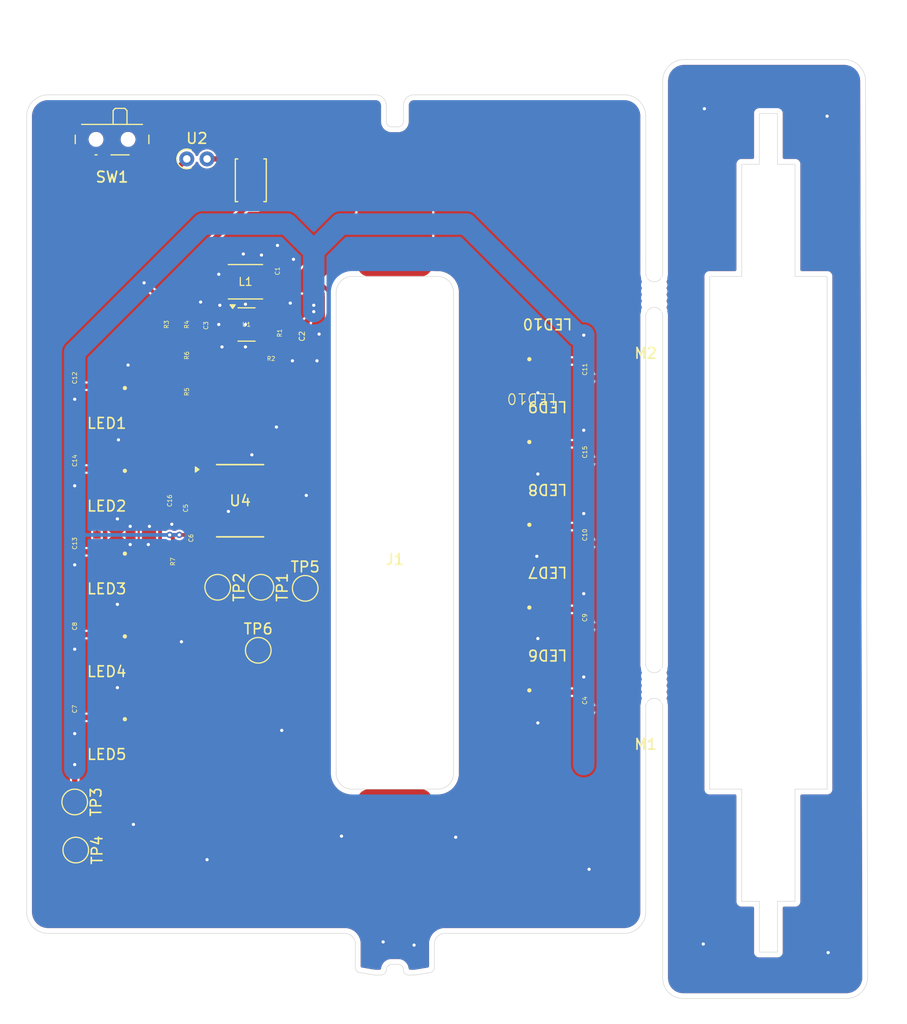
<source format=kicad_pcb>
(kicad_pcb (version 20241229) (generator "pcbnew") (generator_version "9.0")
  (layers (0 "F.Cu" signal) (2 "B.Cu" signal) (13 "F.Paste" user) (15 "B.Paste" user) (5 "F.SilkS" user "F.Silkscreen") (7 "B.SilkS" user "B.Silkscreen") (1 "F.Mask" user) (3 "B.Mask" user) (25 "Edge.Cuts" user))
  (net 0 "")
  (net 1 "GND")
  (net 2 "Net-(J1-Pin_1)")
  (net 3 "+5V")
  (net 4 "Net-(U1-EN)")
  (net 5 "Net-(U4-VCAP)")
  (net 6 "Net-(U1-SW)")
  (net 7 "Net-(LED1-DO)")
  (net 8 "Net-(LED1-DI)")
  (net 9 "Net-(LED2-DO)")
  (net 10 "Net-(LED3-DO)")
  (net 11 "Net-(LED4-DO)")
  (net 13 "Net-(LED6-DO)")
  (net 14 "Net-(LED6-DI)")
  (net 15 "Net-(LED7-DO)")
  (net 16 "Net-(LED8-DO)")
  (net 17 "Net-(LED10-DI)")
  (net 19 "Net-(U1-Vfb)")
  (net 20 "Net-(S1-A)")
  (net 21 "Net-(U4-PA1)")
  (net 22 "Net-(SW1-B)")
  (net 33 "Net-(U4-NRST)")
  (net 34 "Net-(U4-PD1)")
  (footprint "PCM_JLCPCB:C_0603" (layer "F.Cu") (at 120 87.5 -90)
    (property "Reference" "C12" (hide yes))
    (property "Value" "100nF")
  )
  (footprint "Inductor_SMD:L_APV_ANR3015" (layer "F.Cu") (at 136 78.5 180)
    (property "Reference" "L1" (hide yes))
    (property "Value" "4u7")
  )
  (footprint "my_custom_footyprints:WS2812_2020" (layer "F.Cu") (at 164.3 102.45 180)
    (property "Reference" "LED8" (hide yes))
    (property "Value" "~")
  )
  (footprint "PCM_JLCPCB:C_0603" (layer "F.Cu") (at 128.9 99 -90)
    (property "Reference" "C16" (hide yes))
    (property "Value" "100nF")
  )
  (footprint "PCM_JLCPCB:C_0603" (layer "F.Cu") (at 132.3 82.6 90)
    (property "Reference" "C3" (hide yes))
    (property "Value" "100nF")
  )
  (footprint "PCM_JLCPCB:R_0603" (layer "F.Cu") (at 139.2 83.3 -90)
    (property "Reference" "R1" (hide yes))
    (property "Value" "470kΩ")
  )
  (footprint "PCM_JLCPCB:R_0603" (layer "F.Cu") (at 128.6 82.5 90)
    (property "Reference" "R3" (hide yes))
    (property "Value" "100kΩ")
  )
  (footprint "PCM_JLCPCB:C_0603" (layer "F.Cu") (at 167.8 94.45 90)
    (property "Reference" "C15" (hide yes))
    (property "Value" "100nF")
  )
  (footprint "my_custom_footyprints:WS2812_2020" (layer "F.Cu") (at 123 95)
    (property "Reference" "LED2" (hide yes))
    (property "Value" "~")
  )
  (footprint "TestPoint:TestPoint_Pad_D2.0mm" (layer "F.Cu") (at 137.45 107.1 -90)
    (property "Reference" "TP1" (hide yes))
    (property "Value" "TestPoint")
  )
  (footprint "my_custom_footyprints:AAA cutout" (layer "F.Cu") (at 150 102)
    (property "Reference" "J1" (hide yes))
    (property "Value" "Conn_01x02")
    (fp_line (start -5.5 -22.5) (end -5.5 22.5) (stroke (width 0.05)) (layer "Edge.Cuts"))
    (fp_line (start -4 -24) (end 4 -24) (stroke (width 0.05)) (layer "Edge.Cuts"))
    (fp_line (start -4 24) (end 4 24) (stroke (width 0.05)) (layer "Edge.Cuts"))
    (fp_line (start 5.5 -22.5) (end 5.5 22.5) (stroke (width 0.05)) (layer "Edge.Cuts"))
    (fp_arc (start -5.5 -22.5) (mid -5.06066 -23.56066) (end -4 -24) (stroke (width 0.05)) (layer "Edge.Cuts"))
    (fp_arc (start -4 24) (mid -5.06066 23.56066) (end -5.5 22.5) (stroke (width 0.05)) (layer "Edge.Cuts"))
    (fp_arc (start 4 -24) (mid 5.06066 -23.56066) (end 5.5 -22.5) (stroke (width 0.05)) (layer "Edge.Cuts"))
    (fp_arc (start 5.5 22.5) (mid 5.06066 23.56066) (end 4 24) (stroke (width 0.05)) (layer "Edge.Cuts"))
  )
  (footprint "PCM_JLCPCB:R_0603" (layer "F.Cu") (at 130.5 82.5 -90)
    (property "Reference" "R4" (hide yes))
    (property "Value" "1kΩ")
  )
  (footprint "TestPoint:TestPoint_Pad_D2.0mm" (layer "F.Cu") (at 141.6 107.2)
    (property "Reference" "TP5" (hide yes))
    (property "Value" "TestPoint")
  )
  (footprint "PCM_JLCPCB:SW_TS-1088-AR02016" (layer "F.Cu") (at 136.5 69 90)
    (property "Reference" "S1" (hide yes))
    (property "Value" "Tactile Button, 160gf")
  )
  (footprint "PCM_JLCPCB:C_0603" (layer "F.Cu") (at 130.4 99.7 90)
    (property "Reference" "C5" (hide yes))
    (property "Value" "1uF")
  )
  (footprint "PCM_JLCPCB:C_0603" (layer "F.Cu") (at 130.9 102.5 90)
    (property "Reference" "C6" (hide yes))
    (property "Value" "100nF")
  )
  (footprint "PCM_JLCPCB:C_0603" (layer "F.Cu") (at 120 103 -90)
    (property "Reference" "C13" (hide yes))
    (property "Value" "100nF")
  )
  (footprint "my_custom_footyprints:WS2812_2020" (layer "F.Cu") (at 164.3 86.95 180)
    (property "Reference" "LED10")
    (property "Value" "~")
  )
  (footprint "TestPoint:TestPoint_Pad_D2.0mm" (layer "F.Cu") (at 137.2 113)
    (property "Reference" "TP6" (hide yes))
    (property "Value" "TestPoint")
  )
  (footprint "PCM_JLCPCB:C_0603" (layer "F.Cu") (at 167.8 102.2 90)
    (property "Reference" "C10" (hide yes))
    (property "Value" "100nF")
  )
  (footprint "my_custom_footyprints:WS2812_2020" (layer "F.Cu") (at 164.3 117.95 180)
    (property "Reference" "LED6" (hide yes))
    (property "Value" "~")
  )
  (footprint "my_custom_footyprints:WS2812_2020" (layer "F.Cu") (at 123 102.75)
    (property "Reference" "LED3" (hide yes))
    (property "Value" "~")
  )
  (footprint "PCM_JLCPCB:C_0603" (layer "F.Cu") (at 167.8 109.95 90)
    (property "Reference" "C9" (hide yes))
    (property "Value" "100nF")
  )
  (footprint "PCM_JLCPCB:R_0603" (layer "F.Cu") (at 130.5 88.8 -90)
    (property "Reference" "R5" (hide yes))
    (property "Value" "1kΩ")
  )
  (footprint "PCM_JLCPCB:C_0603" (layer "F.Cu") (at 120 110.75 -90)
    (property "Reference" "C8" (hide yes))
    (property "Value" "100nF")
  )
  (footprint "PCM_JLCPCB:MouseBites, Cosmetic, JLCPCB, 1.6mm" (layer "F.Cu") (at 173.5 82.7)
    (property "Reference" "M2" (hide yes))
    (property "Value" "~" (hide yes))
    (fp_line (start 0 -6) (end 0 -5) (stroke (width 0.05)) (layer "Edge.Cuts"))
    (fp_line (start 0 0) (end 0 -1) (stroke (width 0.05)) (layer "Edge.Cuts"))
    (fp_line (start 1.6 -6) (end 1.6 -5) (stroke (width 0.05)) (layer "Edge.Cuts"))
    (fp_line (start 1.6 0) (end 1.6 -1) (stroke (width 0.05)) (layer "Edge.Cuts"))
    (fp_arc (start 0 -1) (mid 0.8 -1.8) (end 1.6 -1) (stroke (width 0.05)) (layer "Edge.Cuts"))
    (fp_arc (start 1.6 -5) (mid 0.8 -4.2) (end 0 -5) (stroke (width 0.05)) (layer "Edge.Cuts"))
  )
  (footprint "PCM_JLCPCB:C_0603" (layer "F.Cu") (at 120 118.5 -90)
    (property "Reference" "C7" (hide yes))
    (property "Value" "100nF")
  )
  (footprint "TestPoint:TestPoint_Pad_D2.0mm" (layer "F.Cu") (at 120.1 131.7 -90)
    (property "Reference" "TP4" (hide yes))
    (property "Value" "TestPoint")
  )
  (footprint "Package_TO_SOT_SMD:SOT-23-6" (layer "F.Cu") (at 136.1 82.5)
    (property "Reference" "U1" (hide yes))
    (property "Value" "MCP1640B")
  )
  (footprint "my_custom_footyprints:WS2812_2020" (layer "F.Cu") (at 164.3 110.2 180)
    (property "Reference" "LED7" (hide yes))
    (property "Value" "~")
  )
  (footprint "PCM_JLCPCB:C_0603" (layer "F.Cu") (at 139 77.5 90)
    (property "Reference" "C1" (hide yes))
    (property "Value" "4.7uF")
  )
  (footprint "my_custom_footyprints:WS2812_2020" (layer "F.Cu") (at 123 118.25)
    (property "Reference" "LED5" (hide yes))
    (property "Value" "~")
  )
  (footprint "PCM_JLCPCB:C_0805" (layer "F.Cu") (at 141.3 83.6 -90)
    (property "Reference" "C2" (hide yes))
    (property "Value" "10uF")
  )
  (footprint "PCM_JLCPCB:MouseBites, Cosmetic, JLCPCB, 1.6mm" (layer "F.Cu") (at 173.5 119.3)
    (property "Reference" "M1" (hide yes))
    (property "Value" "~" (hide yes))
    (fp_line (start 0 -6) (end 0 -5) (stroke (width 0.05)) (layer "Edge.Cuts"))
    (fp_line (start 0 0) (end 0 -1) (stroke (width 0.05)) (layer "Edge.Cuts"))
    (fp_line (start 1.6 -6) (end 1.6 -5) (stroke (width 0.05)) (layer "Edge.Cuts"))
    (fp_line (start 1.6 0) (end 1.6 -1) (stroke (width 0.05)) (layer "Edge.Cuts"))
    (fp_arc (start 0 -1) (mid 0.8 -1.8) (end 1.6 -1) (stroke (width 0.05)) (layer "Edge.Cuts"))
    (fp_arc (start 1.6 -5) (mid 0.8 -4.2) (end 0 -5) (stroke (width 0.05)) (layer "Edge.Cuts"))
  )
  (footprint "Button_Switch_SMD:SW_SPDT_PCM12" (layer "F.Cu") (at 123.5 65.5 180)
    (property "Reference" "SW1")
    (property "Value" "SW_SPDT")
  )
  (footprint "PCM_JLCPCB:TSSOP-20_4.4x6.5mm_P0.65mm" (layer "F.Cu") (at 135.5 99)
    (property "Reference" "U4" (hide yes))
    (property "Value" "STM8S003F3P6TR")
  )
  (footprint "TestPoint:TestPoint_Pad_D2.0mm" (layer "F.Cu") (at 120 127.2 -90)
    (property "Reference" "TP3" (hide yes))
    (property "Value" "TestPoint")
  )
  (footprint "my_custom_footyprints:WS2812_2020" (layer "F.Cu") (at 123 110.5)
    (property "Reference" "LED4" (hide yes))
    (property "Value" "~")
  )
  (footprint "PCM_JLCPCB:R_0603" (layer "F.Cu") (at 129.2 104.7 90)
    (property "Reference" "R7" (hide yes))
    (property "Value" "100kΩ")
  )
  (footprint "Resistor_THT:R_Axial_DIN0204_L3.6mm_D1.6mm_P1.90mm_Vertical" (layer "F.Cu") (at 130.5 67)
    (property "Reference" "U2" (hide yes))
    (property "Value" "~")
  )
  (footprint "my_custom_footyprints:WS2812_2020" (layer "F.Cu") (at 164.3 94.7 180)
    (property "Reference" "LED9" (hide yes))
    (property "Value" "~")
  )
  (footprint "PCM_JLCPCB:C_0603" (layer "F.Cu") (at 120 95.25 -90)
    (property "Reference" "C14" (hide yes))
    (property "Value" "100nF")
  )
  (footprint "PCM_JLCPCB:C_0603" (layer "F.Cu") (at 167.8 86.7 90)
    (property "Reference" "C11" (hide yes))
    (property "Value" "100nF")
  )
  (footprint "TestPoint:TestPoint_Pad_D2.0mm" (layer "F.Cu") (at 133.4 107.1 -90)
    (property "Reference" "TP2" (hide yes))
    (property "Value" "TestPoint")
  )
  (footprint "PCM_JLCPCB:R_0603" (layer "F.Cu") (at 130.5 85.4 90)
    (property "Reference" "R6" (hide yes))
    (property "Value" "100kΩ")
  )
  (footprint "my_custom_footyprints:WS2812_2020" (layer "F.Cu") (at 123 87.25)
    (property "Reference" "LED1" (hide yes))
    (property "Value" "~" (hide yes))
  )
  (footprint "PCM_JLCPCB:R_0603" (layer "F.Cu") (at 138.4 85.7 180)
    (property "Reference" "R2" (hide yes))
    (property "Value" "150kΩ")
  )
  (footprint "PCM_JLCPCB:C_0603" (layer "F.Cu") (at 167.8 117.7 90)
    (property "Reference" "C4" (hide yes))
    (property "Value" "100nF")
  )
  (gr_arc (start 117.5 139.5) (mid 116.085786 138.914214) (end 115.5 137.5) (stroke (width 0.05)) (layer "Edge.Cuts"))
  (gr_arc (start 177 145.6) (mid 175.656497 145.043503) (end 175.1 143.7) (stroke (width 0.05)) (layer "Edge.Cuts"))
  (gr_line (start 175.1 119.3) (end 175.1 143.7) (stroke (width 0.05)) (layer "Edge.Cuts"))
  (gr_line (start 149.7 64) (end 150.3 64) (stroke (width 0.05)) (layer "Edge.Cuts"))
  (gr_arc (start 149.2 142.9) (mid 149.053553 143.253553) (end 148.7 143.4) (stroke (width 0.05)) (layer "Edge.Cuts"))
  (gr_line (start 182.5 126) (end 182.5 136.5) (stroke (width 0.05)) (layer "Edge.Cuts"))
  (gr_line (start 154.7 139.5) (end 171.5 139.5) (stroke (width 0.05)) (layer "Edge.Cuts"))
  (gr_arc (start 153.7 140.5) (mid 153.992893 139.792893) (end 154.7 139.5) (stroke (width 0.05)) (layer "Edge.Cuts"))
  (gr_line (start 177 145.6) (end 192.3 145.6) (stroke (width 0.05)) (layer "Edge.Cuts"))
  (gr_line (start 185.85 141.25) (end 185.85 136.5) (stroke (width 0.05)) (layer "Edge.Cuts"))
  (gr_line (start 185.85 67.5) (end 185.85 62.75) (stroke (width 0.05)) (layer "Edge.Cuts"))
  (gr_line (start 173.5 76.7) (end 173.5 63) (stroke (width 0.05)) (layer "Edge.Cuts"))
  (gr_line (start 171.5 61) (end 151.8 61) (stroke (width 0.05)) (layer "Edge.Cuts"))
  (gr_arc (start 150.3 142.4) (mid 150.653553 142.546447) (end 150.8 142.9) (stroke (width 0.05)) (layer "Edge.Cuts"))
  (gr_arc (start 115.5 63) (mid 116.085786 61.585786) (end 117.5 61) (stroke (width 0.05)) (layer "Edge.Cuts"))
  (gr_arc (start 150.8 63.5) (mid 150.653553 63.853553) (end 150.3 64) (stroke (width 0.05)) (layer "Edge.Cuts"))
  (gr_arc (start 153.7 142.7) (mid 153.625325 142.962866) (end 153.423607 143.147214) (stroke (width 0.05)) (layer "Edge.Cuts"))
  (gr_line (start 184.15 136.5) (end 184.15 141.25) (stroke (width 0.05)) (layer "Edge.Cuts"))
  (gr_arc (start 173.5 137.5) (mid 172.914214 138.914214) (end 171.5 139.5) (stroke (width 0.05)) (layer "Edge.Cuts"))
  (gr_line (start 187.5 78) (end 187.5 67.5) (stroke (width 0.05)) (layer "Edge.Cuts"))
  (gr_line (start 177.1 57.7) (end 192.1 57.7) (stroke (width 0.05)) (layer "Edge.Cuts"))
  (gr_line (start 182.5 67.5) (end 182.5 78) (stroke (width 0.05)) (layer "Edge.Cuts"))
  (gr_arc (start 194.3 143.6) (mid 193.714214 145.014214) (end 192.3 145.6) (stroke (width 0.05)) (layer "Edge.Cuts"))
  (gr_line (start 185.85 136.5) (end 187.5 136.5) (stroke (width 0.05)) (layer "Edge.Cuts"))
  (gr_line (start 146.3 142.7) (end 146.3 140.5) (stroke (width 0.05)) (layer "Edge.Cuts"))
  (gr_line (start 115.5 63) (end 115.5 137.5) (stroke (width 0.05)) (layer "Edge.Cuts"))
  (gr_line (start 145.3 139.5) (end 117.5 139.5) (stroke (width 0.05)) (layer "Edge.Cuts"))
  (gr_line (start 150.8 63.5) (end 150.8 62) (stroke (width 0.05)) (layer "Edge.Cuts"))
  (gr_line (start 151.3 143.4) (end 151.9 143.4) (stroke (width 0.05)) (layer "Edge.Cuts"))
  (gr_line (start 175.1 113.3) (end 175.1 82.7) (stroke (width 0.05)) (layer "Edge.Cuts"))
  (gr_line (start 187.5 67.5) (end 185.85 67.5) (stroke (width 0.05)) (layer "Edge.Cuts"))
  (gr_arc (start 146.576393 143.147214) (mid 146.374675 142.962866) (end 146.3 142.7) (stroke (width 0.05)) (layer "Edge.Cuts"))
  (gr_arc (start 145.3 139.5) (mid 146.007107 139.792893) (end 146.3 140.5) (stroke (width 0.05)) (layer "Edge.Cuts"))
  (gr_arc (start 149.2 142.9) (mid 149.346447 142.546447) (end 149.7 142.4) (stroke (width 0.05)) (layer "Edge.Cuts"))
  (gr_line (start 184.15 67.5) (end 182.5 67.5) (stroke (width 0.05)) (layer "Edge.Cuts"))
  (gr_arc (start 149.7 64) (mid 149.346447 63.853553) (end 149.2 63.5) (stroke (width 0.05)) (layer "Edge.Cuts"))
  (gr_line (start 153.7 142.7) (end 153.7 140.5) (stroke (width 0.05)) (layer "Edge.Cuts"))
  (gr_arc (start 175.1 59.7) (mid 175.685786 58.285786) (end 177.1 57.7) (stroke (width 0.05)) (layer "Edge.Cuts"))
  (gr_line (start 179.5 126) (end 182.5 126) (stroke (width 0.05)) (layer "Edge.Cuts"))
  (gr_arc (start 171.5 61) (mid 172.914214 61.585786) (end 173.5 63) (stroke (width 0.05)) (layer "Edge.Cuts"))
  (gr_arc (start 148.2 61) (mid 148.907107 61.292893) (end 149.2 62) (stroke (width 0.05)) (layer "Edge.Cuts"))
  (gr_line (start 184.15 141.25) (end 185.85 141.25) (stroke (width 0.05)) (layer "Edge.Cuts"))
  (gr_line (start 175.1 76.7) (end 175.1 59.7) (stroke (width 0.05)) (layer "Edge.Cuts"))
  (gr_line (start 149.2 63.5) (end 149.2 62) (stroke (width 0.05)) (layer "Edge.Cuts"))
  (gr_arc (start 192.1 57.7) (mid 193.514214 58.285786) (end 194.1 59.7) (stroke (width 0.05)) (layer "Edge.Cuts"))
  (gr_line (start 179.5 78) (end 179.5 126) (stroke (width 0.05)) (layer "Edge.Cuts"))
  (gr_line (start 149.7 142.4) (end 150.3 142.4) (stroke (width 0.05)) (layer "Edge.Cuts"))
  (gr_line (start 173.5 119.3) (end 173.5 137.5) (stroke (width 0.05)) (layer "Edge.Cuts"))
  (gr_line (start 151.9 143.4) (end 153.423605 143.147214) (stroke (width 0.05)) (layer "Edge.Cuts"))
  (gr_line (start 187.5 126) (end 190.5 126) (stroke (width 0.05)) (layer "Edge.Cuts"))
  (gr_line (start 148.1 143.4) (end 146.576395 143.147214) (stroke (width 0.05)) (layer "Edge.Cuts"))
  (gr_line (start 173.5 82.7) (end 173.5 113.3) (stroke (width 0.05)) (layer "Edge.Cuts"))
  (gr_line (start 190.5 78) (end 187.5 78) (stroke (width 0.05)) (layer "Edge.Cuts"))
  (gr_line (start 182.5 136.5) (end 184.15 136.5) (stroke (width 0.05)) (layer "Edge.Cuts"))
  (gr_arc (start 150.8 62) (mid 151.092893 61.292893) (end 151.8 61) (stroke (width 0.05)) (layer "Edge.Cuts"))
  (gr_arc (start 151.3 143.4) (mid 150.946447 143.253553) (end 150.8 142.9) (stroke (width 0.05)) (layer "Edge.Cuts"))
  (gr_line (start 194.1 59.7) (end 194.3 143.6) (stroke (width 0.05)) (layer "Edge.Cuts"))
  (gr_line (start 185.85 62.75) (end 184.15 62.75) (stroke (width 0.05)) (layer "Edge.Cuts"))
  (gr_line (start 187.5 136.5) (end 187.5 126) (stroke (width 0.05)) (layer "Edge.Cuts"))
  (gr_line (start 184.15 62.75) (end 184.15 67.5) (stroke (width 0.05)) (layer "Edge.Cuts"))
  (gr_line (start 182.5 78) (end 179.5 78) (stroke (width 0.05)) (layer "Edge.Cuts"))
  (gr_line (start 117.5 61) (end 148.2 61) (stroke (width 0.05)) (layer "Edge.Cuts"))
  (gr_line (start 148.7 143.4) (end 148.1 143.4) (stroke (width 0.05)) (layer "Edge.Cuts"))
  (gr_line (start 190.5 126) (end 190.5 78) (stroke (width 0.05)) (layer "Edge.Cuts"))
  (segment (start 130.4 98.92) (end 131.45 99.97) (width 0.35) (layer "F.Cu") (net 1))
  (segment (start 131.45 99.97) (end 132.64 99.97) (width 0.35) (layer "F.Cu") (net 1))
  (via (at 190.6 141.3) (size 0.6) (drill 0.3) (layers "F.Cu" "B.Cu") (net 1))
  (via (at 137.5 76) (size 0.6) (drill 0.3) (layers "F.Cu" "B.Cu") (net 1))
  (via (at 129.1 101.2) (size 0.6) (drill 0.3) (layers "F.Cu" "B.Cu") (net 1))
  (via (at 125.5 129.3) (size 0.6) (drill 0.3) (layers "F.Cu" "B.Cu") (net 1))
  (via (at 132.4 132.6) (size 0.6) (drill 0.3) (layers "F.Cu" "B.Cu") (net 1))
  (via (at 179 62.3) (size 0.6) (drill 0.3) (layers "F.Cu" "B.Cu") (net 1))
  (via (at 133.8 84.6) (size 0.6) (drill 0.3) (layers "F.Cu" "B.Cu") (net 1))
  (via (at 125.2 103.1) (size 0.6) (drill 0.3) (layers "F.Cu" "B.Cu") (net 1))
  (via (at 139.4 120.5) (size 0.6) (drill 0.3) (layers "F.Cu" "B.Cu") (net 1))
  (via (at 148.9 140.3) (size 0.6) (drill 0.3) (layers "F.Cu" "B.Cu") (net 1))
  (via (at 163.4 88.9) (size 0.6) (drill 0.3) (layers "F.Cu" "B.Cu") (net 1))
  (via (at 140.4 85.9) (size 0.6) (drill 0.3) (layers "F.Cu" "B.Cu") (net 1))
  (via (at 124 100.7) (size 0.6) (drill 0.3) (layers "F.Cu" "B.Cu") (net 1))
  (via (at 140.2 80.5) (size 0.6) (drill 0.3) (layers "F.Cu" "B.Cu") (net 1))
  (via (at 125 86.3) (size 0.6) (drill 0.3) (layers "F.Cu" "B.Cu") (net 1))
  (via (at 138.9 92.1) (size 0.6) (drill 0.3) (layers "F.Cu" "B.Cu") (net 1))
  (via (at 133.5 82.5) (size 0.6) (drill 0.3) (layers "F.Cu" "B.Cu") (net 1))
  (via (at 124 116.5) (size 0.6) (drill 0.3) (layers "F.Cu" "B.Cu") (net 1))
  (via (at 163.4 111.9) (size 0.6) (drill 0.3) (layers "F.Cu" "B.Cu") (net 1))
  (via (at 136 84.6) (size 0.6) (drill 0.3) (layers "F.Cu" "B.Cu") (net 1))
  (via (at 124 108.7) (size 0.6) (drill 0.3) (layers "F.Cu" "B.Cu") (net 1))
  (via (at 136 80.6) (size 0.6) (drill 0.3) (layers "F.Cu" "B.Cu") (net 1))
  (via (at 155.7 130.5) (size 0.6) (drill 0.3) (layers "F.Cu" "B.Cu") (net 1))
  (via (at 131.8 80.4) (size 0.6) (drill 0.3) (layers "F.Cu" "B.Cu") (net 1))
  (via (at 145 130.4) (size 0.6) (drill 0.3) (layers "F.Cu" "B.Cu") (net 1))
  (via (at 163.3 104.2) (size 0.6) (drill 0.3) (layers "F.Cu" "B.Cu") (net 1))
  (via (at 163.4 119.8) (size 0.6) (drill 0.3) (layers "F.Cu" "B.Cu") (net 1))
  (via (at 178.9 140.5) (size 0.6) (drill 0.3) (layers "F.Cu" "B.Cu") (net 1))
  (via (at 163.4 96.5) (size 0.6) (drill 0.3) (layers "F.Cu" "B.Cu") (net 1))
  (via (at 126.9 103.1) (size 0.6) (drill 0.3) (layers "F.Cu" "B.Cu") (net 1))
  (via (at 139 75.1) (size 0.6) (drill 0.3) (layers "F.Cu" "B.Cu") (net 1))
  (via (at 127 101.4) (size 0.6) (drill 0.3) (layers "F.Cu" "B.Cu") (net 1))
  (via (at 141.7 98.5) (size 0.6) (drill 0.3) (layers "F.Cu" "B.Cu") (net 1))
  (via (at 124.1 93.3) (size 0.6) (drill 0.3) (layers "F.Cu" "B.Cu") (net 1))
  (via (at 136 82.5) (size 0.6) (drill 0.3) (layers "F.Cu" "B.Cu") (net 1))
  (via (at 142.9 83.4) (size 0.6) (drill 0.3) (layers "F.Cu" "B.Cu") (net 1))
  (via (at 190.5 63) (size 0.6) (drill 0.3) (layers "F.Cu" "B.Cu") (net 1))
  (via (at 142.7 85.9) (size 0.6) (drill 0.3) (layers "F.Cu" "B.Cu") (net 1))
  (via (at 135.8 75.9) (size 0.6) (drill 0.3) (layers "F.Cu" "B.Cu") (net 1))
  (via (at 140.5 76.4) (size 0.6) (drill 0.3) (layers "F.Cu" "B.Cu") (net 1))
  (via (at 134.4 100) (size 0.6) (drill 0.3) (layers "F.Cu" "B.Cu") (net 1))
  (via (at 168.2 133.5) (size 0.6) (drill 0.3) (layers "F.Cu" "B.Cu") (net 1))
  (via (at 130 112.2) (size 0.6) (drill 0.3) (layers "F.Cu" "B.Cu") (net 1))
  (via (at 133.5 77.8) (size 0.6) (drill 0.3) (layers "F.Cu" "B.Cu") (net 1))
  (via (at 125.2 101.4) (size 0.6) (drill 0.3) (layers "F.Cu" "B.Cu") (net 1))
  (via (at 133.6 80.7) (size 0.6) (drill 0.3) (layers "F.Cu" "B.Cu") (net 1))
  (via (at 151.8 140.6) (size 0.6) (drill 0.3) (layers "F.Cu" "B.Cu") (net 1))
  (via (at 136.6 94.7) (size 0.6) (drill 0.3) (layers "F.Cu" "B.Cu") (net 1))
  (segment (start 137.15 81.4625) (end 137.2375 81.55) (width 0.8) (layer "F.Cu") (net 2))
  (segment (start 136.5 66.925) (end 143.925 66.925) (width 0.5) (layer "F.Cu") (net 2))
  (segment (start 132.4 67) (end 136.425 67) (width 0.5) (layer "F.Cu") (net 2))
  (segment (start 142.2 77.8) (end 141.5 78.5) (width 2) (layer "F.Cu") (net 2))
  (segment (start 150 73) (end 147 73) (width 2) (layer "F.Cu") (net 2))
  (segment (start 143.925 66.925) (end 150 73) (width 0.5) (layer "F.Cu") (net 2))
  (segment (start 143.808497 79.755252) (end 143.824 79.772017) (width 0.35) (layer "F.Cu") (net 2))
  (segment (start 142.2 77.8) (end 143.821547 79.421547) (width 0.35) (layer "F.Cu") (net 2))
  (segment (start 143.824 104.976) (end 141.6 107.2) (width 0.35) (layer "F.Cu") (net 2))
  (segment (start 143.821547 79.421547) (end 143.808497 79.755252) (width 0.35) (layer "F.Cu") (net 2))
  (segment (start 137.15 78.5) (end 137.15 81.4625) (width 0.8) (layer "F.Cu") (net 2))
  (segment (start 141.5 78.5) (end 137.7 78.5) (width 2) (layer "F.Cu") (net 2))
  (segment (start 147 73) (end 142.2 77.8) (width 2) (layer "F.Cu") (net 2))
  (segment (start 136.425 67) (end 136.5 66.925) (width 0.5) (layer "F.Cu") (net 2))
  (segment (start 143.824 79.772017) (end 143.824 104.976) (width 0.35) (layer "F.Cu") (net 2))
  (segment (start 128.6 80.7) (end 126.5 78.6) (width 0.35) (layer "F.Cu") (net 3))
  (segment (start 121.605 119.28) (end 122.085 118.8) (width 0.5) (layer "F.Cu") (net 3))
  (segment (start 165.695 116.92) (end 165.215 117.4) (width 0.5) (layer "F.Cu") (net 3))
  (segment (start 129.8 102.2) (end 128.9 102.2) (width 0.35) (layer "F.Cu") (net 3))
  (segment (start 141.3 82.65) (end 141.3 82.4) (width 0.5) (layer "F.Cu") (net 3))
  (segment (start 165.695 101.42) (end 165.215 101.9) (width 0.5) (layer "F.Cu") (net 3))
  (segment (start 167.8 109.17) (end 167.8 107.8) (width 0.5) (layer "F.Cu") (net 3))
  (segment (start 120 111.53) (end 121.605 111.53) (width 0.5) (layer "F.Cu") (net 3))
  (segment (start 120 96.03) (end 120 97.6) (width 0.5) (layer "F.Cu") (net 3))
  (segment (start 120 88.28) (end 121.605 88.28) (width 0.5) (layer "F.Cu") (net 3))
  (segment (start 120 119.28) (end 120 120.8) (width 0.5) (layer "F.Cu") (net 3))
  (segment (start 167.8 115.6) (end 167.7 115.5) (width 0.5) (layer "F.Cu") (net 3))
  (segment (start 142.4 81.55) (end 142.4 81.3) (width 0.5) (layer "F.Cu") (net 3))
  (segment (start 165.695 93.67) (end 165.215 94.15) (width 0.5) (layer "F.Cu") (net 3))
  (segment (start 121.605 96.03) (end 122.085 95.55) (width 0.5) (layer "F.Cu") (net 3))
  (segment (start 120 103.78) (end 120 105) (width 0.5) (layer "F.Cu") (net 3))
  (segment (start 167.8 101.42) (end 167.8 100.3) (width 0.5) (layer "F.Cu") (net 3))
  (segment (start 167.8 93.67) (end 167.8 92.5) (width 0.5) (layer "F.Cu") (net 3))
  (segment (start 167.8 107.8) (end 167.7 107.7) (width 0.5) (layer "F.Cu") (net 3))
  (segment (start 120 119.28) (end 121.605 119.28) (width 0.5) (layer "F.Cu") (net 3))
  (segment (start 167.8 116.92) (end 167.8 115.6) (width 0.5) (layer "F.Cu") (net 3))
  (segment (start 121.605 111.53) (end 122.085 111.05) (width 0.5) (layer "F.Cu") (net 3))
  (segment (start 167.8 101.42) (end 165.695 101.42) (width 0.5) (layer "F.Cu") (net 3))
  (segment (start 121.605 103.78) (end 122.085 103.3) (width 0.5) (layer "F.Cu") (net 3))
  (segment (start 129.2 103.88) (end 129.2 102.5) (width 0.35) (layer "F.Cu") (net 3))
  (segment (start 120 88.28) (end 120 89.5) (width 0.5) (layer "F.Cu") (net 3))
  (segment (start 128.6 81.68) (end 128.6 80.7) (width 0.35) (layer "F.Cu") (net 3))
  (segment (start 121.605 88.28) (end 122.085 87.8) (width 0.5) (layer "F.Cu") (net 3))
  (segment (start 120 123.7) (end 120 127.2) (width 0.5) (layer "F.Cu") (net 3))
  (segment (start 167.8 85.92) (end 167.8 83.6) (width 0.5) (layer "F.Cu") (net 3))
  (segment (start 137.2375 82.5) (end 141.15 82.5) (width 0.5) (layer "F.Cu") (net 3))
  (segment (start 167.8 100.3) (end 167.7 100.2) (width 0.5) (layer "F.Cu") (net 3))
  (segment (start 165.695 85.92) (end 165.215 86.4) (width 0.5) (layer "F.Cu") (net 3))
  (segment (start 129.8 102.2) (end 130.4 102.2) (width 0.35) (layer "F.Cu") (net 3))
  (segment (start 167.8 116.92) (end 165.695 116.92) (width 0.5) (layer "F.Cu") (net 3))
  (segment (start 142.4 81.3) (end 142.4 80.7) (width 0.5) (layer "F.Cu") (net 3))
  (segment (start 167.8 85.92) (end 165.695 85.92) (width 0.5) (layer "F.Cu") (net 3))
  (segment (start 141.3 82.65) (end 142.4 81.55) (width 0.5) (layer "F.Cu") (net 3))
  (segment (start 120 103.78) (end 121.605 103.78) (width 0.5) (layer "F.Cu") (net 3))
  (segment (start 129.2 102.5) (end 128.9 102.2) (width 0.35) (layer "F.Cu") (net 3))
  (segment (start 130.4 102.2) (end 131.33 101.27) (width 0.35) (layer "F.Cu") (net 3))
  (segment (start 167.8 83.6) (end 167.7 83.5) (width 0.5) (layer "F.Cu") (net 3))
  (segment (start 167.8 109.17) (end 165.695 109.17) (width 0.5) (layer "F.Cu") (net 3))
  (segment (start 120 111.53) (end 120 112.9) (width 0.5) (layer "F.Cu") (net 3))
  (segment (start 167.8 92.5) (end 167.7 92.4) (width 0.5) (layer "F.Cu") (net 3))
  (segment (start 120 96.03) (end 121.605 96.03) (width 0.5) (layer "F.Cu") (net 3))
  (segment (start 141.15 82.5) (end 141.3 82.65) (width 0.5) (layer "F.Cu") (net 3))
  (segment (start 167.8 93.67) (end 165.695 93.67) (width 0.5) (layer "F.Cu") (net 3))
  (segment (start 165.695 109.17) (end 165.215 109.65) (width 0.5) (layer "F.Cu") (net 3))
  (segment (start 131.33 101.27) (end 132.64 101.27) (width 0.35) (layer "F.Cu") (net 3))
  (via (at 167.7 100.2) (size 0.6) (drill 0.3) (layers "F.Cu" "B.Cu") (net 3))
  (via (at 120 112.9) (size 0.6) (drill 0.3) (layers "F.Cu" "B.Cu") (net 3))
  (via (at 128.9 102.2) (size 0.6) (drill 0.3) (layers "F.Cu" "B.Cu") (net 3))
  (via (at 167.7 83.5) (size 0.6) (drill 0.3) (layers "F.Cu" "B.Cu") (net 3))
  (via (at 120 97.6) (size 0.6) (drill 0.3) (layers "F.Cu" "B.Cu") (net 3))
  (via (at 167.7 115.5) (size 0.6) (drill 0.3) (layers "F.Cu" "B.Cu") (net 3))
  (via (at 120 120.8) (size 0.6) (drill 0.3) (layers "F.Cu" "B.Cu") (net 3))
  (via (at 129.8 102.2) (size 0.6) (drill 0.3) (layers "F.Cu" "B.Cu") (net 3))
  (via (at 142.4 81.3) (size 0.6) (drill 0.3) (layers "F.Cu" "B.Cu") (net 3))
  (via (at 126.5 78.6) (size 0.6) (drill 0.3) (layers "F.Cu" "B.Cu") (net 3))
  (via (at 142.4 80.7) (size 0.6) (drill 0.3) (layers "F.Cu" "B.Cu") (net 3))
  (via (at 120 105) (size 0.6) (drill 0.3) (layers "F.Cu" "B.Cu") (net 3))
  (via (at 120 89.5) (size 0.6) (drill 0.3) (layers "F.Cu" "B.Cu") (net 3))
  (via (at 167.7 107.7) (size 0.6) (drill 0.3) (layers "F.Cu" "B.Cu") (net 3))
  (via (at 167.7 92.4) (size 0.6) (drill 0.3) (layers "F.Cu" "B.Cu") (net 3))
  (via (at 120 123.7) (size 0.6) (drill 0.3) (layers "F.Cu" "B.Cu") (net 3))
  (segment (start 167.7 107.7) (end 167.7 100.2) (width 2) (layer "B.Cu") (net 3))
  (segment (start 120 102.2) (end 120 105) (width 2) (layer "B.Cu") (net 3))
  (segment (start 167.7 100.2) (end 167.7 92.4) (width 2) (layer "B.Cu") (net 3))
  (segment (start 167.8 83.4) (end 167.7 83.5) (width 0.5) (layer "B.Cu") (net 3))
  (segment (start 142.4 81.3) (end 142.4 75.6) (width 2) (layer "B.Cu") (net 3))
  (segment (start 142.4 75.6) (end 139.9 73.1) (width 2) (layer "B.Cu") (net 3))
  (segment (start 139.9 73.1) (end 132 73.1) (width 2) (layer "B.Cu") (net 3))
  (segment (start 167.7 115.5) (end 167.7 107.7) (width 2) (layer "B.Cu") (net 3))
  (segment (start 167.7 92.4) (end 167.7 83.5) (width 2) (layer "B.Cu") (net 3))
  (segment (start 167.1 83.5) (end 167.7 83.5) (width 2) (layer "B.Cu") (net 3))
  (segment (start 144.9 73.1) (end 156.7 73.1) (width 2) (layer "B.Cu") (net 3))
  (segment (start 120 85.1) (end 120 89.5) (width 2) (layer "B.Cu") (net 3))
  (segment (start 120 105) (end 120 112.9) (width 2) (layer "B.Cu") (net 3))
  (segment (start 120 97.6) (end 120 102.2) (width 2) (layer "B.Cu") (net 3))
  (segment (start 129.8 102.2) (end 120 102.2) (width 0.35) (layer "B.Cu") (net 3))
  (segment (start 167.7 83.5) (end 167.7 85.8) (width 0.5) (layer "B.Cu") (net 3))
  (segment (start 120 89.5) (end 120 97.6) (width 2) (layer "B.Cu") (net 3))
  (segment (start 120 119.6) (end 120 120.8) (width 2) (layer "B.Cu") (net 3))
  (segment (start 120 112.9) (end 120 119.6) (width 2) (layer "B.Cu") (net 3))
  (segment (start 142.4 75.6) (end 144.9 73.1) (width 2) (layer "B.Cu") (net 3))
  (segment (start 156.7 73.1) (end 167.1 83.5) (width 2) (layer "B.Cu") (net 3))
  (segment (start 120 120.8) (end 120 124.1) (width 2) (layer "B.Cu") (net 3))
  (segment (start 132 73.1) (end 126.5 78.6) (width 2) (layer "B.Cu") (net 3))
  (segment (start 167.7 123.7) (end 167.7 115.5) (width 2) (layer "B.Cu") (net 3))
  (segment (start 126.5 78.6) (end 120 85.1) (width 2) (layer "B.Cu") (net 3))
  (segment (start 131.7 85.1) (end 131.7 86.78) (width 0.35) (layer "F.Cu") (net 4))
  (segment (start 130.5 83.32) (end 130.5 84.58) (width 0.35) (layer "F.Cu") (net 4))
  (segment (start 130.5 83.32) (end 128.6 83.32) (width 0.35) (layer "F.Cu") (net 4))
  (segment (start 130.63 83.45) (end 130.5 83.32) (width 0.35) (layer "F.Cu") (net 4))
  (segment (start 131.7 86.78) (end 130.5 87.98) (width 0.35) (layer "F.Cu") (net 4))
  (segment (start 130.5 84.58) (end 131.18 84.58) (width 0.35) (layer "F.Cu") (net 4))
  (segment (start 134.9625 83.45) (end 130.63 83.45) (width 0.35) (layer "F.Cu") (net 4))
  (segment (start 131.18 84.58) (end 131.7 85.1) (width 0.35) (layer "F.Cu") (net 4))
  (segment (start 132.64 100.62) (end 130.54 100.62) (width 0.35) (layer "F.Cu") (net 5))
  (segment (start 130.54 100.62) (end 130.4 100.48) (width 0.35) (layer "F.Cu") (net 5))
  (segment (start 134.85 78.5) (end 134.85 81.4375) (width 0.8) (layer "F.Cu") (net 6))
  (segment (start 134.85 81.4375) (end 134.9625 81.55) (width 0.8) (layer "F.Cu") (net 6))
  (segment (start 123.915 87.8) (end 123.915 90.085) (width 0.2) (layer "F.Cu") (net 7))
  (segment (start 122.085 91.915) (end 122.085 94.45) (width 0.2) (layer "F.Cu") (net 7))
  (segment (start 123.915 90.085) (end 122.085 91.915) (width 0.2) (layer "F.Cu") (net 7))
  (segment (start 122.085 86.7) (end 122.085 86.015) (width 0.5) (layer "F.Cu") (net 8))
  (segment (start 126.5 91.4) (end 131.18 96.08) (width 0.5) (layer "F.Cu") (net 8))
  (segment (start 126 85.1) (end 126.5 85.6) (width 0.5) (layer "F.Cu") (net 8))
  (segment (start 122.085 86.015) (end 123 85.1) (width 0.5) (layer "F.Cu") (net 8))
  (segment (start 123 85.1) (end 126 85.1) (width 0.5) (layer "F.Cu") (net 8))
  (segment (start 126.5 85.6) (end 126.5 91.4) (width 0.5) (layer "F.Cu") (net 8))
  (segment (start 131.18 96.08) (end 132.64 96.08) (width 0.5) (layer "F.Cu") (net 8))
  (segment (start 123.915 97.585) (end 122.085 99.415) (width 0.2) (layer "F.Cu") (net 9))
  (segment (start 122.085 99.415) (end 122.085 102.2) (width 0.2) (layer "F.Cu") (net 9))
  (segment (start 123.915 95.55) (end 123.915 97.585) (width 0.2) (layer "F.Cu") (net 9))
  (segment (start 123.915 105.085) (end 122.085 106.915) (width 0.2) (layer "F.Cu") (net 10))
  (segment (start 122.085 106.915) (end 122.085 109.95) (width 0.2) (layer "F.Cu") (net 10))
  (segment (start 123.915 103.3) (end 123.915 105.085) (width 0.2) (layer "F.Cu") (net 10))
  (segment (start 123.915 111.05) (end 123.915 113.085) (width 0.2) (layer "F.Cu") (net 11))
  (segment (start 122.085 114.915) (end 122.085 117.7) (width 0.2) (layer "F.Cu") (net 11))
  (segment (start 123.915 113.085) (end 122.085 114.915) (width 0.2) (layer "F.Cu") (net 11))
  (segment (start 163.385 117.4) (end 163.385 115.115) (width 0.2) (layer "F.Cu") (net 13))
  (segment (start 163.385 115.115) (end 165.215 113.285) (width 0.2) (layer "F.Cu") (net 13))
  (segment (start 165.215 113.285) (end 165.215 110.75) (width 0.2) (layer "F.Cu") (net 13))
  (segment (start 165.215 127.585) (end 155.1 137.7) (width 0.2) (layer "F.Cu") (net 14))
  (segment (start 128.77 96.73) (end 132.64 96.73) (width 0.2) (layer "F.Cu") (net 14))
  (segment (start 126 117.4) (end 126 99.5) (width 0.2) (layer "F.Cu") (net 14))
  (segment (start 165.215 118.5) (end 165.215 127.585) (width 0.2) (layer "F.Cu") (net 14))
  (segment (start 126 99.5) (end 128.77 96.73) (width 0.2) (layer "F.Cu") (net 14))
  (segment (start 146.3 137.7) (end 126 117.4) (width 0.2) (layer "F.Cu") (net 14))
  (segment (start 155.1 137.7) (end 146.3 137.7) (width 0.2) (layer "F.Cu") (net 14))
  (segment (start 165.215 105.785) (end 165.215 103) (width 0.2) (layer "F.Cu") (net 15))
  (segment (start 163.385 107.615) (end 165.215 105.785) (width 0.2) (layer "F.Cu") (net 15))
  (segment (start 163.385 109.65) (end 163.385 107.615) (width 0.2) (layer "F.Cu") (net 15))
  (segment (start 165.215 97.785) (end 165.215 95.25) (width 0.2) (layer "F.Cu") (net 16))
  (segment (start 163.385 99.615) (end 165.215 97.785) (width 0.2) (layer "F.Cu") (net 16))
  (segment (start 163.385 101.9) (end 163.385 99.615) (width 0.2) (layer "F.Cu") (net 16))
  (segment (start 163.385 94.15) (end 163.385 92.115) (width 0.2) (layer "F.Cu") (net 17))
  (segment (start 165.215 90.285) (end 165.215 87.5) (width 0.2) (layer "F.Cu") (net 17))
  (segment (start 163.385 92.115) (end 165.215 90.285) (width 0.2) (layer "F.Cu") (net 17))
  (segment (start 139.2 85.68) (end 139.22 85.7) (width 0.5) (layer "F.Cu") (net 19))
  (segment (start 139.2 84.12) (end 139.2 85.68) (width 0.5) (layer "F.Cu") (net 19))
  (segment (start 137.9075 84.12) (end 137.2375 83.45) (width 0.5) (layer "F.Cu") (net 19))
  (segment (start 139.2 84.12) (end 137.9075 84.12) (width 0.5) (layer "F.Cu") (net 19))
  (segment (start 121.25 69.05) (end 123.275 71.075) (width 0.5) (layer "F.Cu") (net 20))
  (segment (start 123.275 71.075) (end 136.5 71.075) (width 0.5) (layer "F.Cu") (net 20))
  (segment (start 130.5 81.68) (end 130.5 77.075) (width 0.5) (layer "F.Cu") (net 20))
  (segment (start 130.5 77.075) (end 136.5 71.075) (width 0.5) (layer "F.Cu") (net 20))
  (segment (start 121.25 66.93) (end 121.25 69.05) (width 0.5) (layer "F.Cu") (net 20))
  (segment (start 134.6 92) (end 132.22 89.62) (width 0.35) (layer "F.Cu") (net 21))
  (segment (start 132.22 89.62) (end 130.5 89.62) (width 0.35) (layer "F.Cu") (net 21))
  (segment (start 132.64 98.67) (end 133.63 98.67) (width 0.35) (layer "F.Cu") (net 21))
  (segment (start 133.63 98.67) (end 134.6 97.7) (width 0.35) (layer "F.Cu") (net 21))
  (segment (start 134.6 97.7) (end 134.6 92) (width 0.35) (layer "F.Cu") (net 21))
  (segment (start 122.75 67.55) (end 124.1 68.9) (width 0.5) (layer "F.Cu") (net 22))
  (segment (start 122.75 66.93) (end 122.75 67.55) (width 0.5) (layer "F.Cu") (net 22))
  (segment (start 124.1 68.9) (end 128.6 68.9) (width 0.5) (layer "F.Cu") (net 22))
  (segment (start 128.6 68.9) (end 130.5 67) (width 0.5) (layer "F.Cu") (net 22))
  (segment (start 132.64 98.03) (end 128.97 98.03) (width 0.35) (layer "F.Cu") (net 33))
  (segment (start 128 99) (end 128 104.3) (width 0.35) (layer "F.Cu") (net 33))
  (segment (start 128 104.3) (end 130.8 107.1) (width 0.35) (layer "F.Cu") (net 33))
  (segment (start 128.97 98.03) (end 128 99) (width 0.35) (layer "F.Cu") (net 33))
  (segment (start 130.8 107.1) (end 133.4 107.1) (width 0.35) (layer "F.Cu") (net 33))
  (segment (start 138.36 97.38) (end 137.594062 97.38) (width 0.35) (layer "F.Cu") (net 34))
  (segment (start 137 97.974062) (end 137 106.65) (width 0.35) (layer "F.Cu") (net 34))
  (segment (start 137 106.65) (end 137.45 107.1) (width 0.35) (layer "F.Cu") (net 34))
  (segment (start 137.594062 97.38) (end 137 97.974062) (width 0.35) (layer "F.Cu") (net 34))
  (zone (net 1) (net_name "GND") (layer "F.Cu") (connect_pads (clearance 0.2)) (min_thickness 0.25) (fill yes (thermal_gap 0.5) (thermal_bridge_width 0.5) (island_removal_mode 2) (island_area_min 10))
    (polygon (pts (xy 113 55) (xy 113 148) (xy 198 148) (xy 198 55)))
  )
  (zone (net 1) (net_name "GND") (layer "B.Cu") (priority 1) (connect_pads (clearance 0.2)) (min_thickness 0.25) (fill yes (thermal_gap 0.5) (thermal_bridge_width 0.5) (island_removal_mode 2) (island_area_min 10))
    (polygon (pts (xy 113 55) (xy 113 148) (xy 198 148) (xy 198 55)))
  )
)
</source>
